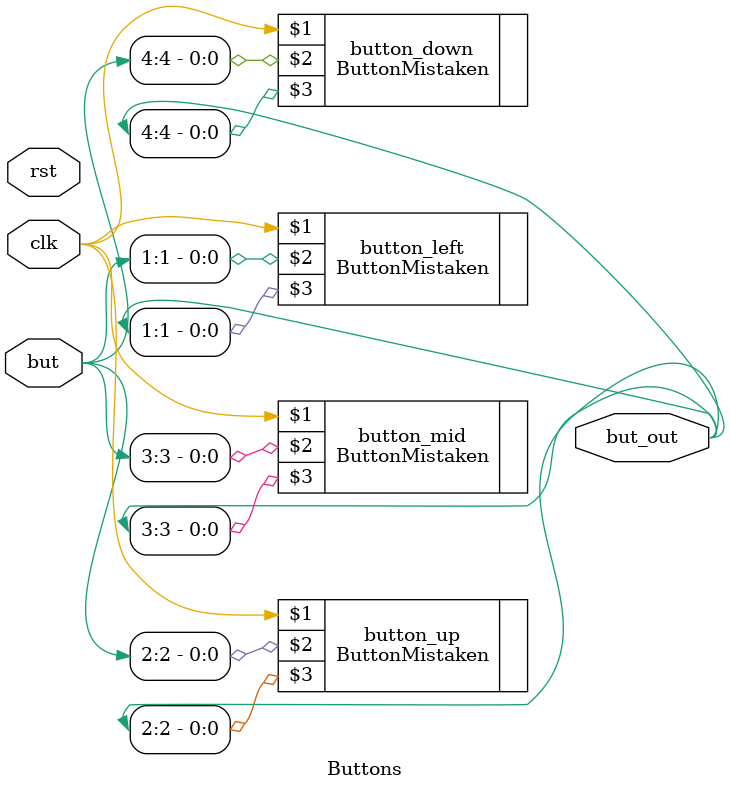
<source format=v>
`timescale 1ns / 1ps

module Buttons(
        input clk, rst,
        input[4:0] but,
        output[4:0] but_out
);
        // ButtonMistaken button_right(clk, but[0], but_out[0]);
        ButtonMistaken button_left(clk, but[1], but_out[1]);
        ButtonMistaken button_up(clk, but[2], but_out[2]);
        ButtonMistaken button_mid(clk, but[3], but_out[3]);
        ButtonMistaken button_down(clk, but[4], but_out[4]);
endmodule

</source>
